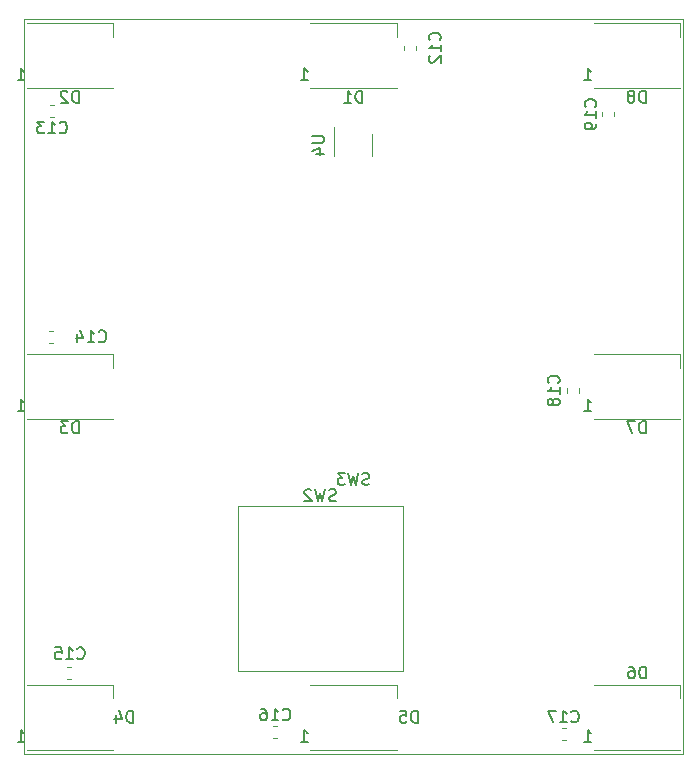
<source format=gbr>
%TF.GenerationSoftware,KiCad,Pcbnew,5.1.6-1*%
%TF.CreationDate,2020-09-26T18:39:16+00:00*%
%TF.ProjectId,bigbutton,62696762-7574-4746-9f6e-2e6b69636164,rev?*%
%TF.SameCoordinates,Original*%
%TF.FileFunction,Legend,Bot*%
%TF.FilePolarity,Positive*%
%FSLAX46Y46*%
G04 Gerber Fmt 4.6, Leading zero omitted, Abs format (unit mm)*
G04 Created by KiCad (PCBNEW 5.1.6-1) date 2020-09-26 18:39:16*
%MOMM*%
%LPD*%
G01*
G04 APERTURE LIST*
%ADD10C,0.120000*%
%ADD11C,0.150000*%
G04 APERTURE END LIST*
D10*
%TO.C,SW3*%
X77100000Y-73900000D02*
X77100000Y-136100000D01*
X132900000Y-73900000D02*
X77100000Y-73900000D01*
X132900000Y-136100000D02*
X132900000Y-73900000D01*
X77100000Y-136100000D02*
X132900000Y-136100000D01*
%TO.C,SW2*%
X109169200Y-129108200D02*
X109169200Y-115138200D01*
X95199200Y-129108200D02*
X109169200Y-129108200D01*
X95199200Y-115138200D02*
X95199200Y-129108200D01*
X109169200Y-115138200D02*
X95199200Y-115138200D01*
%TO.C,U4*%
X106562800Y-83656600D02*
X106562800Y-85456600D01*
X103342800Y-85456600D02*
X103342800Y-83006600D01*
%TO.C,D8*%
X125350000Y-79750000D02*
X132650000Y-79750000D01*
X125350000Y-74250000D02*
X132650000Y-74250000D01*
X132650000Y-74250000D02*
X132650000Y-75400000D01*
%TO.C,D7*%
X125350000Y-107750000D02*
X132650000Y-107750000D01*
X125350000Y-102250000D02*
X132650000Y-102250000D01*
X132650000Y-102250000D02*
X132650000Y-103400000D01*
%TO.C,D6*%
X125350000Y-135750000D02*
X132650000Y-135750000D01*
X125350000Y-130250000D02*
X132650000Y-130250000D01*
X132650000Y-130250000D02*
X132650000Y-131400000D01*
%TO.C,D5*%
X101350000Y-135750000D02*
X108650000Y-135750000D01*
X101350000Y-130250000D02*
X108650000Y-130250000D01*
X108650000Y-130250000D02*
X108650000Y-131400000D01*
%TO.C,D4*%
X77350000Y-135750000D02*
X84650000Y-135750000D01*
X77350000Y-130250000D02*
X84650000Y-130250000D01*
X84650000Y-130250000D02*
X84650000Y-131400000D01*
%TO.C,D3*%
X77350000Y-107750000D02*
X84650000Y-107750000D01*
X77350000Y-102250000D02*
X84650000Y-102250000D01*
X84650000Y-102250000D02*
X84650000Y-103400000D01*
%TO.C,D2*%
X77350000Y-79750000D02*
X84650000Y-79750000D01*
X77350000Y-74250000D02*
X84650000Y-74250000D01*
X84650000Y-74250000D02*
X84650000Y-75400000D01*
%TO.C,D1*%
X101350000Y-79750000D02*
X108650000Y-79750000D01*
X101350000Y-74250000D02*
X108650000Y-74250000D01*
X108650000Y-74250000D02*
X108650000Y-75400000D01*
%TO.C,C19*%
X126032800Y-81783133D02*
X126032800Y-82125667D01*
X127052800Y-81783133D02*
X127052800Y-82125667D01*
%TO.C,C18*%
X124106400Y-105505067D02*
X124106400Y-105162533D01*
X123086400Y-105505067D02*
X123086400Y-105162533D01*
%TO.C,C17*%
X122980267Y-133906800D02*
X122637733Y-133906800D01*
X122980267Y-134926800D02*
X122637733Y-134926800D01*
%TO.C,C16*%
X98545467Y-133729000D02*
X98202933Y-133729000D01*
X98545467Y-134749000D02*
X98202933Y-134749000D01*
%TO.C,C15*%
X80727733Y-129745200D02*
X81070267Y-129745200D01*
X80727733Y-128725200D02*
X81070267Y-128725200D01*
%TO.C,C14*%
X79254533Y-101348000D02*
X79597067Y-101348000D01*
X79254533Y-100328000D02*
X79597067Y-100328000D01*
%TO.C,C13*%
X79305333Y-82196400D02*
X79647867Y-82196400D01*
X79305333Y-81176400D02*
X79647867Y-81176400D01*
%TO.C,C12*%
X109294200Y-76169733D02*
X109294200Y-76512267D01*
X110314200Y-76169733D02*
X110314200Y-76512267D01*
%TO.C,SW3*%
D11*
X106333333Y-113278761D02*
X106190476Y-113326380D01*
X105952380Y-113326380D01*
X105857142Y-113278761D01*
X105809523Y-113231142D01*
X105761904Y-113135904D01*
X105761904Y-113040666D01*
X105809523Y-112945428D01*
X105857142Y-112897809D01*
X105952380Y-112850190D01*
X106142857Y-112802571D01*
X106238095Y-112754952D01*
X106285714Y-112707333D01*
X106333333Y-112612095D01*
X106333333Y-112516857D01*
X106285714Y-112421619D01*
X106238095Y-112374000D01*
X106142857Y-112326380D01*
X105904761Y-112326380D01*
X105761904Y-112374000D01*
X105428571Y-112326380D02*
X105190476Y-113326380D01*
X105000000Y-112612095D01*
X104809523Y-113326380D01*
X104571428Y-112326380D01*
X104285714Y-112326380D02*
X103666666Y-112326380D01*
X104000000Y-112707333D01*
X103857142Y-112707333D01*
X103761904Y-112754952D01*
X103714285Y-112802571D01*
X103666666Y-112897809D01*
X103666666Y-113135904D01*
X103714285Y-113231142D01*
X103761904Y-113278761D01*
X103857142Y-113326380D01*
X104142857Y-113326380D01*
X104238095Y-113278761D01*
X104285714Y-113231142D01*
%TO.C,SW2*%
X103517533Y-114653961D02*
X103374676Y-114701580D01*
X103136580Y-114701580D01*
X103041342Y-114653961D01*
X102993723Y-114606342D01*
X102946104Y-114511104D01*
X102946104Y-114415866D01*
X102993723Y-114320628D01*
X103041342Y-114273009D01*
X103136580Y-114225390D01*
X103327057Y-114177771D01*
X103422295Y-114130152D01*
X103469914Y-114082533D01*
X103517533Y-113987295D01*
X103517533Y-113892057D01*
X103469914Y-113796819D01*
X103422295Y-113749200D01*
X103327057Y-113701580D01*
X103088961Y-113701580D01*
X102946104Y-113749200D01*
X102612771Y-113701580D02*
X102374676Y-114701580D01*
X102184200Y-113987295D01*
X101993723Y-114701580D01*
X101755628Y-113701580D01*
X101422295Y-113796819D02*
X101374676Y-113749200D01*
X101279438Y-113701580D01*
X101041342Y-113701580D01*
X100946104Y-113749200D01*
X100898485Y-113796819D01*
X100850866Y-113892057D01*
X100850866Y-113987295D01*
X100898485Y-114130152D01*
X101469914Y-114701580D01*
X100850866Y-114701580D01*
%TO.C,U4*%
X101505180Y-83794695D02*
X102314704Y-83794695D01*
X102409942Y-83842314D01*
X102457561Y-83889933D01*
X102505180Y-83985171D01*
X102505180Y-84175647D01*
X102457561Y-84270885D01*
X102409942Y-84318504D01*
X102314704Y-84366123D01*
X101505180Y-84366123D01*
X101838514Y-85270885D02*
X102505180Y-85270885D01*
X101457561Y-85032790D02*
X102171847Y-84794695D01*
X102171847Y-85413742D01*
%TO.C,D8*%
X129738095Y-80952380D02*
X129738095Y-79952380D01*
X129500000Y-79952380D01*
X129357142Y-80000000D01*
X129261904Y-80095238D01*
X129214285Y-80190476D01*
X129166666Y-80380952D01*
X129166666Y-80523809D01*
X129214285Y-80714285D01*
X129261904Y-80809523D01*
X129357142Y-80904761D01*
X129500000Y-80952380D01*
X129738095Y-80952380D01*
X128595238Y-80380952D02*
X128690476Y-80333333D01*
X128738095Y-80285714D01*
X128785714Y-80190476D01*
X128785714Y-80142857D01*
X128738095Y-80047619D01*
X128690476Y-80000000D01*
X128595238Y-79952380D01*
X128404761Y-79952380D01*
X128309523Y-80000000D01*
X128261904Y-80047619D01*
X128214285Y-80142857D01*
X128214285Y-80190476D01*
X128261904Y-80285714D01*
X128309523Y-80333333D01*
X128404761Y-80380952D01*
X128595238Y-80380952D01*
X128690476Y-80428571D01*
X128738095Y-80476190D01*
X128785714Y-80571428D01*
X128785714Y-80761904D01*
X128738095Y-80857142D01*
X128690476Y-80904761D01*
X128595238Y-80952380D01*
X128404761Y-80952380D01*
X128309523Y-80904761D01*
X128261904Y-80857142D01*
X128214285Y-80761904D01*
X128214285Y-80571428D01*
X128261904Y-80476190D01*
X128309523Y-80428571D01*
X128404761Y-80380952D01*
X124564285Y-79052380D02*
X125135714Y-79052380D01*
X124850000Y-79052380D02*
X124850000Y-78052380D01*
X124945238Y-78195238D01*
X125040476Y-78290476D01*
X125135714Y-78338095D01*
%TO.C,D7*%
X129738095Y-108952380D02*
X129738095Y-107952380D01*
X129500000Y-107952380D01*
X129357142Y-108000000D01*
X129261904Y-108095238D01*
X129214285Y-108190476D01*
X129166666Y-108380952D01*
X129166666Y-108523809D01*
X129214285Y-108714285D01*
X129261904Y-108809523D01*
X129357142Y-108904761D01*
X129500000Y-108952380D01*
X129738095Y-108952380D01*
X128833333Y-107952380D02*
X128166666Y-107952380D01*
X128595238Y-108952380D01*
X124564285Y-107052380D02*
X125135714Y-107052380D01*
X124850000Y-107052380D02*
X124850000Y-106052380D01*
X124945238Y-106195238D01*
X125040476Y-106290476D01*
X125135714Y-106338095D01*
%TO.C,D6*%
X129770095Y-129712980D02*
X129770095Y-128712980D01*
X129532000Y-128712980D01*
X129389142Y-128760600D01*
X129293904Y-128855838D01*
X129246285Y-128951076D01*
X129198666Y-129141552D01*
X129198666Y-129284409D01*
X129246285Y-129474885D01*
X129293904Y-129570123D01*
X129389142Y-129665361D01*
X129532000Y-129712980D01*
X129770095Y-129712980D01*
X128341523Y-128712980D02*
X128532000Y-128712980D01*
X128627238Y-128760600D01*
X128674857Y-128808219D01*
X128770095Y-128951076D01*
X128817714Y-129141552D01*
X128817714Y-129522504D01*
X128770095Y-129617742D01*
X128722476Y-129665361D01*
X128627238Y-129712980D01*
X128436761Y-129712980D01*
X128341523Y-129665361D01*
X128293904Y-129617742D01*
X128246285Y-129522504D01*
X128246285Y-129284409D01*
X128293904Y-129189171D01*
X128341523Y-129141552D01*
X128436761Y-129093933D01*
X128627238Y-129093933D01*
X128722476Y-129141552D01*
X128770095Y-129189171D01*
X128817714Y-129284409D01*
X124564285Y-135052380D02*
X125135714Y-135052380D01*
X124850000Y-135052380D02*
X124850000Y-134052380D01*
X124945238Y-134195238D01*
X125040476Y-134290476D01*
X125135714Y-134338095D01*
%TO.C,D5*%
X110438095Y-133452380D02*
X110438095Y-132452380D01*
X110200000Y-132452380D01*
X110057142Y-132500000D01*
X109961904Y-132595238D01*
X109914285Y-132690476D01*
X109866666Y-132880952D01*
X109866666Y-133023809D01*
X109914285Y-133214285D01*
X109961904Y-133309523D01*
X110057142Y-133404761D01*
X110200000Y-133452380D01*
X110438095Y-133452380D01*
X108961904Y-132452380D02*
X109438095Y-132452380D01*
X109485714Y-132928571D01*
X109438095Y-132880952D01*
X109342857Y-132833333D01*
X109104761Y-132833333D01*
X109009523Y-132880952D01*
X108961904Y-132928571D01*
X108914285Y-133023809D01*
X108914285Y-133261904D01*
X108961904Y-133357142D01*
X109009523Y-133404761D01*
X109104761Y-133452380D01*
X109342857Y-133452380D01*
X109438095Y-133404761D01*
X109485714Y-133357142D01*
X100564285Y-135052380D02*
X101135714Y-135052380D01*
X100850000Y-135052380D02*
X100850000Y-134052380D01*
X100945238Y-134195238D01*
X101040476Y-134290476D01*
X101135714Y-134338095D01*
%TO.C,D4*%
X86338095Y-133452380D02*
X86338095Y-132452380D01*
X86100000Y-132452380D01*
X85957142Y-132500000D01*
X85861904Y-132595238D01*
X85814285Y-132690476D01*
X85766666Y-132880952D01*
X85766666Y-133023809D01*
X85814285Y-133214285D01*
X85861904Y-133309523D01*
X85957142Y-133404761D01*
X86100000Y-133452380D01*
X86338095Y-133452380D01*
X84909523Y-132785714D02*
X84909523Y-133452380D01*
X85147619Y-132404761D02*
X85385714Y-133119047D01*
X84766666Y-133119047D01*
X76564285Y-135052380D02*
X77135714Y-135052380D01*
X76850000Y-135052380D02*
X76850000Y-134052380D01*
X76945238Y-134195238D01*
X77040476Y-134290476D01*
X77135714Y-134338095D01*
%TO.C,D3*%
X81738095Y-108952380D02*
X81738095Y-107952380D01*
X81500000Y-107952380D01*
X81357142Y-108000000D01*
X81261904Y-108095238D01*
X81214285Y-108190476D01*
X81166666Y-108380952D01*
X81166666Y-108523809D01*
X81214285Y-108714285D01*
X81261904Y-108809523D01*
X81357142Y-108904761D01*
X81500000Y-108952380D01*
X81738095Y-108952380D01*
X80833333Y-107952380D02*
X80214285Y-107952380D01*
X80547619Y-108333333D01*
X80404761Y-108333333D01*
X80309523Y-108380952D01*
X80261904Y-108428571D01*
X80214285Y-108523809D01*
X80214285Y-108761904D01*
X80261904Y-108857142D01*
X80309523Y-108904761D01*
X80404761Y-108952380D01*
X80690476Y-108952380D01*
X80785714Y-108904761D01*
X80833333Y-108857142D01*
X76564285Y-107052380D02*
X77135714Y-107052380D01*
X76850000Y-107052380D02*
X76850000Y-106052380D01*
X76945238Y-106195238D01*
X77040476Y-106290476D01*
X77135714Y-106338095D01*
%TO.C,D2*%
X81738095Y-80952380D02*
X81738095Y-79952380D01*
X81500000Y-79952380D01*
X81357142Y-80000000D01*
X81261904Y-80095238D01*
X81214285Y-80190476D01*
X81166666Y-80380952D01*
X81166666Y-80523809D01*
X81214285Y-80714285D01*
X81261904Y-80809523D01*
X81357142Y-80904761D01*
X81500000Y-80952380D01*
X81738095Y-80952380D01*
X80785714Y-80047619D02*
X80738095Y-80000000D01*
X80642857Y-79952380D01*
X80404761Y-79952380D01*
X80309523Y-80000000D01*
X80261904Y-80047619D01*
X80214285Y-80142857D01*
X80214285Y-80238095D01*
X80261904Y-80380952D01*
X80833333Y-80952380D01*
X80214285Y-80952380D01*
X76564285Y-79052380D02*
X77135714Y-79052380D01*
X76850000Y-79052380D02*
X76850000Y-78052380D01*
X76945238Y-78195238D01*
X77040476Y-78290476D01*
X77135714Y-78338095D01*
%TO.C,D1*%
X105738095Y-80952380D02*
X105738095Y-79952380D01*
X105500000Y-79952380D01*
X105357142Y-80000000D01*
X105261904Y-80095238D01*
X105214285Y-80190476D01*
X105166666Y-80380952D01*
X105166666Y-80523809D01*
X105214285Y-80714285D01*
X105261904Y-80809523D01*
X105357142Y-80904761D01*
X105500000Y-80952380D01*
X105738095Y-80952380D01*
X104214285Y-80952380D02*
X104785714Y-80952380D01*
X104500000Y-80952380D02*
X104500000Y-79952380D01*
X104595238Y-80095238D01*
X104690476Y-80190476D01*
X104785714Y-80238095D01*
X100564285Y-79052380D02*
X101135714Y-79052380D01*
X100850000Y-79052380D02*
X100850000Y-78052380D01*
X100945238Y-78195238D01*
X101040476Y-78290476D01*
X101135714Y-78338095D01*
%TO.C,C19*%
X125469942Y-81311542D02*
X125517561Y-81263923D01*
X125565180Y-81121066D01*
X125565180Y-81025828D01*
X125517561Y-80882971D01*
X125422323Y-80787733D01*
X125327085Y-80740114D01*
X125136609Y-80692495D01*
X124993752Y-80692495D01*
X124803276Y-80740114D01*
X124708038Y-80787733D01*
X124612800Y-80882971D01*
X124565180Y-81025828D01*
X124565180Y-81121066D01*
X124612800Y-81263923D01*
X124660419Y-81311542D01*
X125565180Y-82263923D02*
X125565180Y-81692495D01*
X125565180Y-81978209D02*
X124565180Y-81978209D01*
X124708038Y-81882971D01*
X124803276Y-81787733D01*
X124850895Y-81692495D01*
X125565180Y-82740114D02*
X125565180Y-82930590D01*
X125517561Y-83025828D01*
X125469942Y-83073447D01*
X125327085Y-83168685D01*
X125136609Y-83216304D01*
X124755657Y-83216304D01*
X124660419Y-83168685D01*
X124612800Y-83121066D01*
X124565180Y-83025828D01*
X124565180Y-82835352D01*
X124612800Y-82740114D01*
X124660419Y-82692495D01*
X124755657Y-82644876D01*
X124993752Y-82644876D01*
X125088990Y-82692495D01*
X125136609Y-82740114D01*
X125184228Y-82835352D01*
X125184228Y-83025828D01*
X125136609Y-83121066D01*
X125088990Y-83168685D01*
X124993752Y-83216304D01*
%TO.C,C18*%
X122353342Y-104690942D02*
X122400961Y-104643323D01*
X122448580Y-104500466D01*
X122448580Y-104405228D01*
X122400961Y-104262371D01*
X122305723Y-104167133D01*
X122210485Y-104119514D01*
X122020009Y-104071895D01*
X121877152Y-104071895D01*
X121686676Y-104119514D01*
X121591438Y-104167133D01*
X121496200Y-104262371D01*
X121448580Y-104405228D01*
X121448580Y-104500466D01*
X121496200Y-104643323D01*
X121543819Y-104690942D01*
X122448580Y-105643323D02*
X122448580Y-105071895D01*
X122448580Y-105357609D02*
X121448580Y-105357609D01*
X121591438Y-105262371D01*
X121686676Y-105167133D01*
X121734295Y-105071895D01*
X121877152Y-106214752D02*
X121829533Y-106119514D01*
X121781914Y-106071895D01*
X121686676Y-106024276D01*
X121639057Y-106024276D01*
X121543819Y-106071895D01*
X121496200Y-106119514D01*
X121448580Y-106214752D01*
X121448580Y-106405228D01*
X121496200Y-106500466D01*
X121543819Y-106548085D01*
X121639057Y-106595704D01*
X121686676Y-106595704D01*
X121781914Y-106548085D01*
X121829533Y-106500466D01*
X121877152Y-106405228D01*
X121877152Y-106214752D01*
X121924771Y-106119514D01*
X121972390Y-106071895D01*
X122067628Y-106024276D01*
X122258104Y-106024276D01*
X122353342Y-106071895D01*
X122400961Y-106119514D01*
X122448580Y-106214752D01*
X122448580Y-106405228D01*
X122400961Y-106500466D01*
X122353342Y-106548085D01*
X122258104Y-106595704D01*
X122067628Y-106595704D01*
X121972390Y-106548085D01*
X121924771Y-106500466D01*
X121877152Y-106405228D01*
%TO.C,C17*%
X123451857Y-133343942D02*
X123499476Y-133391561D01*
X123642333Y-133439180D01*
X123737571Y-133439180D01*
X123880428Y-133391561D01*
X123975666Y-133296323D01*
X124023285Y-133201085D01*
X124070904Y-133010609D01*
X124070904Y-132867752D01*
X124023285Y-132677276D01*
X123975666Y-132582038D01*
X123880428Y-132486800D01*
X123737571Y-132439180D01*
X123642333Y-132439180D01*
X123499476Y-132486800D01*
X123451857Y-132534419D01*
X122499476Y-133439180D02*
X123070904Y-133439180D01*
X122785190Y-133439180D02*
X122785190Y-132439180D01*
X122880428Y-132582038D01*
X122975666Y-132677276D01*
X123070904Y-132724895D01*
X122166142Y-132439180D02*
X121499476Y-132439180D01*
X121928047Y-133439180D01*
%TO.C,C16*%
X99017057Y-133166142D02*
X99064676Y-133213761D01*
X99207533Y-133261380D01*
X99302771Y-133261380D01*
X99445628Y-133213761D01*
X99540866Y-133118523D01*
X99588485Y-133023285D01*
X99636104Y-132832809D01*
X99636104Y-132689952D01*
X99588485Y-132499476D01*
X99540866Y-132404238D01*
X99445628Y-132309000D01*
X99302771Y-132261380D01*
X99207533Y-132261380D01*
X99064676Y-132309000D01*
X99017057Y-132356619D01*
X98064676Y-133261380D02*
X98636104Y-133261380D01*
X98350390Y-133261380D02*
X98350390Y-132261380D01*
X98445628Y-132404238D01*
X98540866Y-132499476D01*
X98636104Y-132547095D01*
X97207533Y-132261380D02*
X97398009Y-132261380D01*
X97493247Y-132309000D01*
X97540866Y-132356619D01*
X97636104Y-132499476D01*
X97683723Y-132689952D01*
X97683723Y-133070904D01*
X97636104Y-133166142D01*
X97588485Y-133213761D01*
X97493247Y-133261380D01*
X97302771Y-133261380D01*
X97207533Y-133213761D01*
X97159914Y-133166142D01*
X97112295Y-133070904D01*
X97112295Y-132832809D01*
X97159914Y-132737571D01*
X97207533Y-132689952D01*
X97302771Y-132642333D01*
X97493247Y-132642333D01*
X97588485Y-132689952D01*
X97636104Y-132737571D01*
X97683723Y-132832809D01*
%TO.C,C15*%
X81618057Y-127992142D02*
X81665676Y-128039761D01*
X81808533Y-128087380D01*
X81903771Y-128087380D01*
X82046628Y-128039761D01*
X82141866Y-127944523D01*
X82189485Y-127849285D01*
X82237104Y-127658809D01*
X82237104Y-127515952D01*
X82189485Y-127325476D01*
X82141866Y-127230238D01*
X82046628Y-127135000D01*
X81903771Y-127087380D01*
X81808533Y-127087380D01*
X81665676Y-127135000D01*
X81618057Y-127182619D01*
X80665676Y-128087380D02*
X81237104Y-128087380D01*
X80951390Y-128087380D02*
X80951390Y-127087380D01*
X81046628Y-127230238D01*
X81141866Y-127325476D01*
X81237104Y-127373095D01*
X79760914Y-127087380D02*
X80237104Y-127087380D01*
X80284723Y-127563571D01*
X80237104Y-127515952D01*
X80141866Y-127468333D01*
X79903771Y-127468333D01*
X79808533Y-127515952D01*
X79760914Y-127563571D01*
X79713295Y-127658809D01*
X79713295Y-127896904D01*
X79760914Y-127992142D01*
X79808533Y-128039761D01*
X79903771Y-128087380D01*
X80141866Y-128087380D01*
X80237104Y-128039761D01*
X80284723Y-127992142D01*
%TO.C,C14*%
X83442857Y-101157142D02*
X83490476Y-101204761D01*
X83633333Y-101252380D01*
X83728571Y-101252380D01*
X83871428Y-101204761D01*
X83966666Y-101109523D01*
X84014285Y-101014285D01*
X84061904Y-100823809D01*
X84061904Y-100680952D01*
X84014285Y-100490476D01*
X83966666Y-100395238D01*
X83871428Y-100300000D01*
X83728571Y-100252380D01*
X83633333Y-100252380D01*
X83490476Y-100300000D01*
X83442857Y-100347619D01*
X82490476Y-101252380D02*
X83061904Y-101252380D01*
X82776190Y-101252380D02*
X82776190Y-100252380D01*
X82871428Y-100395238D01*
X82966666Y-100490476D01*
X83061904Y-100538095D01*
X81633333Y-100585714D02*
X81633333Y-101252380D01*
X81871428Y-100204761D02*
X82109523Y-100919047D01*
X81490476Y-100919047D01*
%TO.C,C13*%
X80119457Y-83473542D02*
X80167076Y-83521161D01*
X80309933Y-83568780D01*
X80405171Y-83568780D01*
X80548028Y-83521161D01*
X80643266Y-83425923D01*
X80690885Y-83330685D01*
X80738504Y-83140209D01*
X80738504Y-82997352D01*
X80690885Y-82806876D01*
X80643266Y-82711638D01*
X80548028Y-82616400D01*
X80405171Y-82568780D01*
X80309933Y-82568780D01*
X80167076Y-82616400D01*
X80119457Y-82664019D01*
X79167076Y-83568780D02*
X79738504Y-83568780D01*
X79452790Y-83568780D02*
X79452790Y-82568780D01*
X79548028Y-82711638D01*
X79643266Y-82806876D01*
X79738504Y-82854495D01*
X78833742Y-82568780D02*
X78214695Y-82568780D01*
X78548028Y-82949733D01*
X78405171Y-82949733D01*
X78309933Y-82997352D01*
X78262314Y-83044971D01*
X78214695Y-83140209D01*
X78214695Y-83378304D01*
X78262314Y-83473542D01*
X78309933Y-83521161D01*
X78405171Y-83568780D01*
X78690885Y-83568780D01*
X78786123Y-83521161D01*
X78833742Y-83473542D01*
%TO.C,C12*%
X112294942Y-75661342D02*
X112342561Y-75613723D01*
X112390180Y-75470866D01*
X112390180Y-75375628D01*
X112342561Y-75232771D01*
X112247323Y-75137533D01*
X112152085Y-75089914D01*
X111961609Y-75042295D01*
X111818752Y-75042295D01*
X111628276Y-75089914D01*
X111533038Y-75137533D01*
X111437800Y-75232771D01*
X111390180Y-75375628D01*
X111390180Y-75470866D01*
X111437800Y-75613723D01*
X111485419Y-75661342D01*
X112390180Y-76613723D02*
X112390180Y-76042295D01*
X112390180Y-76328009D02*
X111390180Y-76328009D01*
X111533038Y-76232771D01*
X111628276Y-76137533D01*
X111675895Y-76042295D01*
X111485419Y-76994676D02*
X111437800Y-77042295D01*
X111390180Y-77137533D01*
X111390180Y-77375628D01*
X111437800Y-77470866D01*
X111485419Y-77518485D01*
X111580657Y-77566104D01*
X111675895Y-77566104D01*
X111818752Y-77518485D01*
X112390180Y-76947057D01*
X112390180Y-77566104D01*
%TD*%
M02*

</source>
